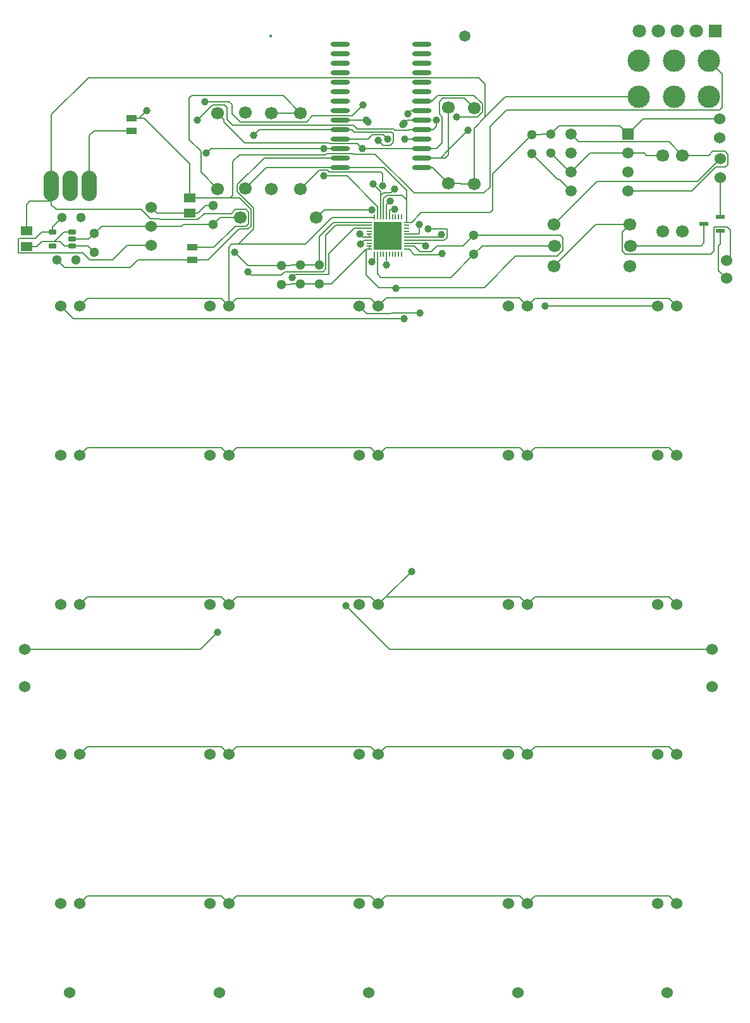
<source format=gbl>
G04 Layer_Physical_Order=2*
G04 Layer_Color=11436288*
%FSLAX25Y25*%
%MOIN*%
G70*
G01*
G75*
%ADD13R,0.05315X0.03347*%
%ADD14C,0.00787*%
%ADD15R,0.14961X0.14961*%
%ADD16C,0.06000*%
%ADD17C,0.05118*%
%ADD18C,0.06693*%
%ADD19C,0.11811*%
%ADD20O,0.08000X0.16000*%
%ADD21C,0.05906*%
%ADD22R,0.05906X0.05906*%
%ADD23C,0.01500*%
%ADD24R,0.07087X0.07087*%
%ADD25C,0.07087*%
%ADD26C,0.03937*%
%ADD27C,0.01181*%
%ADD28O,0.10039X0.02362*%
%ADD29R,0.04724X0.02362*%
%ADD30R,0.06102X0.04921*%
G04:AMPARAMS|DCode=31|XSize=43.31mil|YSize=23.62mil|CornerRadius=5.91mil|HoleSize=0mil|Usage=FLASHONLY|Rotation=180.000|XOffset=0mil|YOffset=0mil|HoleType=Round|Shape=RoundedRectangle|*
%AMROUNDEDRECTD31*
21,1,0.04331,0.01181,0,0,180.0*
21,1,0.03150,0.02362,0,0,180.0*
1,1,0.01181,-0.01575,0.00591*
1,1,0.01181,0.01575,0.00591*
1,1,0.01181,0.01575,-0.00591*
1,1,0.01181,-0.01575,-0.00591*
%
%ADD31ROUNDEDRECTD31*%
%ADD32R,0.00787X0.03150*%
%ADD33R,0.03150X0.00787*%
D13*
X598145Y560928D02*
D03*
Y567424D02*
D03*
X566142Y629035D02*
D03*
Y635531D02*
D03*
D14*
X691338Y572834D02*
Y574409D01*
X570000Y635531D02*
X572797D01*
X566142D02*
X570000D01*
X618091Y593629D02*
X622887D01*
X598145Y560928D02*
X606420D01*
X622600Y577108D01*
X627500D01*
X629016Y578624D01*
Y587500D01*
X622887Y593629D02*
X629016Y587500D01*
X596828Y593629D02*
Y611500D01*
X572797Y635531D02*
X596828Y611500D01*
X870473Y665748D02*
X877400Y658821D01*
Y641250D02*
Y658821D01*
X876050Y639900D02*
X877400Y641250D01*
X763800Y639900D02*
X876050D01*
X755000Y631100D02*
X763800Y639900D01*
X755000Y599400D02*
Y631100D01*
X751700Y596100D02*
X755000Y599400D01*
X714989Y596100D02*
X751700D01*
X694361Y616728D02*
X714989Y596100D01*
X683064Y616728D02*
X694361D01*
X682992Y616800D02*
X683064Y616728D01*
X668673Y616800D02*
X682992D01*
X668273Y616400D02*
X668673Y616800D01*
X623000Y616400D02*
X668273D01*
X619462Y612862D02*
X623000Y616400D01*
X619462Y595000D02*
Y612862D01*
X618091Y593629D02*
X619462Y595000D01*
X596828Y593629D02*
X618091D01*
X570000Y635531D02*
X574000Y639531D01*
X569300Y560928D02*
X598145D01*
X565372Y557000D02*
X569300Y560928D01*
X530638Y557000D02*
X565372D01*
X526614Y561024D02*
X530638Y557000D01*
X751899Y546299D02*
X768400Y562800D01*
X696289Y546299D02*
X751899D01*
X689747Y552841D02*
X696289Y546299D01*
X700315Y558465D02*
Y562480D01*
X689747Y552841D02*
Y566535D01*
X689600D02*
X689747D01*
X746457Y573780D02*
X792025D01*
X793304Y572500D01*
Y565904D02*
Y572500D01*
X790200Y562800D02*
X793304Y565904D01*
X768400Y562800D02*
X790200D01*
X689747Y566535D02*
X691338D01*
X602547Y607143D02*
X611441Y598250D01*
X602547Y607143D02*
Y618153D01*
X596400Y624300D02*
X602547Y618153D01*
X596400Y624300D02*
Y646250D01*
X597650Y647500D01*
X646015D01*
X655148Y638367D01*
X664961Y548268D02*
X671332D01*
X689600Y566535D01*
X740787Y568110D02*
X746457Y573780D01*
X726916Y568110D02*
X740787D01*
X723953Y565147D02*
X726916Y568110D01*
X717950Y565147D02*
X723953D01*
X714988Y568110D02*
X717950Y565147D01*
X711023Y568110D02*
X714988D01*
X639794Y638367D02*
X655148D01*
X691338Y566535D02*
Y568110D01*
X650194Y548268D02*
X655118D01*
X649800Y547874D02*
X650194Y548268D01*
X644882Y547874D02*
X649800D01*
X655118Y548268D02*
X664961D01*
X734277Y551600D02*
X746457Y563780D01*
X697500Y551600D02*
X734277D01*
X695669Y553431D02*
X697500Y551600D01*
X876400Y569200D02*
Y576181D01*
X711100Y580708D02*
Y592500D01*
Y597556D01*
Y580708D02*
X713665D01*
X695669Y553431D02*
Y563779D01*
X713665Y580708D02*
X718743Y585787D01*
X755000D01*
X756500Y587287D01*
Y606106D01*
X777165Y626772D01*
X534646Y571850D02*
X543504D01*
X546457Y574803D01*
X550239Y578585D02*
X576491D01*
X546457Y574803D02*
X550239Y578585D01*
X750991Y568314D02*
X788974D01*
X746457Y563780D02*
X750991Y568314D01*
X835591Y635197D02*
X875984D01*
X827598Y627205D02*
X835591Y635197D01*
X711023Y580708D02*
X711100D01*
X708647Y594953D02*
X711100Y592500D01*
X700653Y594953D02*
X708647D01*
X698819Y593119D02*
X700653Y594953D01*
X698819Y583464D02*
Y593119D01*
X672453Y580708D02*
X691338D01*
X664961Y573216D02*
X672453Y580708D01*
X664961Y558268D02*
Y573216D01*
X699030Y609626D02*
X711100Y597556D01*
X676181Y609626D02*
X699030D01*
X636991D02*
X676181D01*
X626008Y598643D02*
X636991Y609626D01*
X612598Y583071D02*
X623307D01*
X609055Y579528D02*
X612598Y583071D01*
X627226Y557874D02*
X644882D01*
X620200Y564900D02*
X627226Y557874D01*
X787008Y627165D02*
X791442Y631600D01*
X823203D01*
X827598Y627205D01*
X876378Y576181D02*
X876400D01*
X875500Y568300D02*
X876400Y569200D01*
X875500Y555209D02*
Y568300D01*
Y555209D02*
X879528Y551181D01*
X782194Y627165D02*
X787008D01*
X781800Y626772D02*
X782194Y627165D01*
X777165Y626772D02*
X781800D01*
X650194Y558268D02*
X655118D01*
X649800Y557874D02*
X650194Y558268D01*
X644882Y557874D02*
X649800D01*
X655118Y558268D02*
X664961D01*
X593242Y579528D02*
X609055D01*
X592300Y578585D02*
X593242Y579528D01*
X576491Y578585D02*
X592300D01*
X518700Y575591D02*
X524400D01*
Y578101D01*
X849262Y623100D02*
X856299Y616063D01*
X801703Y623100D02*
X849262D01*
X797598Y627205D02*
X801703Y623100D01*
X563785Y568585D02*
X576491D01*
X556100Y560900D02*
X563785Y568585D01*
X543900Y560900D02*
X556100D01*
X540200Y564600D02*
X543900Y560900D01*
X514800Y564600D02*
X540200D01*
X514700Y564500D02*
X514800Y564600D01*
X506600Y564500D02*
X514700D01*
X506500Y564600D02*
X506600Y564500D01*
X506500Y564600D02*
Y572000D01*
X506600Y572100D01*
X515209D01*
X518700Y575591D01*
X682300Y636900D02*
X688100Y642700D01*
X661400Y636900D02*
X682300D01*
X658200Y633700D02*
X661400Y636900D01*
X623346Y633700D02*
X658200D01*
X619000Y638046D02*
X623346Y633700D01*
X619000Y638046D02*
Y642900D01*
X617500Y644400D02*
X619000Y642900D01*
X604600Y644400D02*
X617500D01*
X856299Y616063D02*
X870263D01*
X872400Y618200D01*
X878750D01*
X880400Y616550D01*
Y611250D02*
Y616550D01*
X878950Y609800D02*
X880400Y611250D01*
X873994Y609800D02*
X878950D01*
X861398Y597205D02*
X873994Y609800D01*
X827598Y597205D02*
X861398D01*
X524400Y575591D02*
X524409D01*
X524400Y578101D02*
X529370Y583071D01*
X752248Y636109D02*
X762989Y646850D01*
X523858Y589992D02*
Y591900D01*
X512500D02*
X523858D01*
X746539Y601010D02*
Y630400D01*
X762989Y646850D02*
X833465D01*
X523858Y599882D02*
Y637558D01*
X543200Y656900D01*
X749000D01*
X752248Y653652D01*
Y636109D02*
Y653652D01*
X746539Y630400D02*
X752248Y636109D01*
X598145Y567424D02*
X609324D01*
X620600Y578700D01*
X626338D01*
X627638Y580000D01*
Y586014D01*
X626250Y587402D02*
X627638Y586014D01*
X620802Y587402D02*
X626250D01*
X618800Y585400D02*
X620802Y587402D01*
X604200Y585400D02*
X618800D01*
X600900Y582100D02*
X604200Y585400D01*
X581000Y582100D02*
X600900D01*
X580500Y582600D02*
X581000Y582100D01*
X576000Y582600D02*
X580500D01*
X571000Y587600D02*
X576000Y582600D01*
X526250Y587600D02*
X571000D01*
X523858Y589992D02*
X526250Y587600D01*
X719095Y609626D02*
X724651D01*
X733158Y601119D01*
X523858Y591900D02*
Y599882D01*
X510630Y590030D02*
X512500Y591900D01*
X510630Y576083D02*
Y590030D01*
X739808Y601010D02*
X746539D01*
X739700Y601119D02*
X739808Y601010D01*
X733158Y601119D02*
X739700D01*
X788661Y557480D02*
X810709Y579528D01*
X828661D01*
X879528Y560630D02*
X881800Y562902D01*
Y576600D01*
X880000Y578400D02*
X881800Y576600D01*
X873100Y578400D02*
X880000D01*
X873000Y578300D02*
X873100Y578400D01*
X873000Y565650D02*
Y578300D01*
X871250Y563900D02*
X873000Y565650D01*
X826250Y563900D02*
X871250D01*
X824600Y565550D02*
X826250Y563900D01*
X824600Y565550D02*
Y575466D01*
X828661Y579528D01*
X717800Y574808D02*
Y579500D01*
X717401Y574409D02*
X717800Y574808D01*
X711023Y574409D02*
X717401D01*
X528543Y536614D02*
X535257Y529900D01*
X709700D01*
X710100Y624626D02*
X719095D01*
X711023Y572834D02*
X727934D01*
X729200Y574100D01*
X726700Y631250D02*
Y634600D01*
X725076Y629626D02*
X726700Y631250D01*
X719095Y629626D02*
X725076D01*
X712182D02*
X719095D01*
X711953Y629397D02*
X712182Y629626D01*
X704659Y629397D02*
X711953D01*
X704307Y629749D02*
X704659Y629397D01*
X685141Y629749D02*
X704307D01*
X682890Y632000D02*
X685141Y629749D01*
X619500Y632000D02*
X682890D01*
X616500Y635000D02*
X619500Y632000D01*
X616500Y635000D02*
Y641250D01*
X615150Y642600D02*
X616500Y641250D01*
X608700Y642600D02*
X615150D01*
X600600Y634500D02*
X608700Y642600D01*
X709000Y632350D02*
X709625Y632975D01*
X711023Y571260D02*
X715140D01*
X715300Y571100D01*
X730800D01*
X732200Y572500D01*
Y577000D01*
X732100Y577100D02*
X732200Y577000D01*
X722300Y577100D02*
X732100D01*
X711276Y634626D02*
X719095D01*
X709625Y632975D02*
X711276Y634626D01*
X703200Y533000D02*
X718000D01*
X702800Y532600D02*
X703200Y533000D01*
X690038Y532600D02*
X702800D01*
X686024Y536614D02*
X690038Y532600D01*
X711023Y569685D02*
X719415D01*
X721000Y568100D01*
X711800Y638000D02*
X713426Y639626D01*
X719095D01*
Y644626D02*
X724300D01*
X727374Y647700D01*
X746500D01*
X750870Y643330D01*
Y638750D02*
Y643330D01*
X748320Y636200D02*
X750870Y638750D01*
X737500Y636200D02*
X748320D01*
X728300Y563700D02*
X728900Y564300D01*
X715035Y563700D02*
X728300D01*
X712200Y566535D02*
X715035Y563700D01*
X711023Y566535D02*
X712200D01*
X728900Y564300D02*
X729700D01*
X783886Y536614D02*
X843504D01*
X864505Y602300D02*
X876378Y614173D01*
X811434Y602300D02*
X864505D01*
X788661Y579528D02*
X811434Y602300D01*
X579518Y585558D02*
X596828D01*
X576491Y588585D02*
X579518Y585558D01*
X604869Y589528D02*
X609055D01*
X600900Y585558D02*
X604869Y589528D01*
X596828Y585558D02*
X600900D01*
X525309Y570700D02*
X528210D01*
X518800D02*
X525309D01*
X530200Y575591D01*
X534646D01*
Y568110D02*
X543150D01*
X546457Y564803D01*
X510630Y568012D02*
X516112D01*
X518800Y570700D01*
X528210D02*
X530800Y568110D01*
X534646D01*
X546440Y629035D02*
X566142D01*
X543858Y626453D02*
X546440Y629035D01*
X543858Y599882D02*
Y626453D01*
X867800Y569864D02*
Y579921D01*
X867717D02*
X867800D01*
X866250Y568314D02*
X867800Y569864D01*
X828974Y568314D02*
X866250D01*
X796968Y607205D02*
X797598D01*
X787008Y617165D02*
X796968Y607205D01*
X807598Y617205D02*
X827598D01*
X797598Y607205D02*
X807598Y617205D01*
X837342Y616063D02*
X846063D01*
X836200Y617205D02*
X837342Y616063D01*
X827598Y617205D02*
X836200D01*
X791603Y603200D02*
X797598Y597205D01*
X790737Y603200D02*
X791603D01*
X777165Y616772D02*
X790737Y603200D01*
X876378Y583661D02*
Y604173D01*
X694094Y561394D02*
Y563779D01*
X692700Y560000D02*
X694094Y561394D01*
X667636Y587400D02*
X692700D01*
X663307Y583071D02*
X667636Y587400D01*
X650626Y551650D02*
X652322Y553346D01*
X669882D01*
X670165Y564221D01*
X683503Y577559D01*
X691338D01*
X673634Y579134D02*
X691338D01*
X668504Y574003D02*
X673634Y579134D01*
X668504Y556250D02*
Y574003D01*
X666978Y554724D02*
X668504Y556250D01*
X646743Y554724D02*
X666978D01*
X644919Y552900D02*
X646743Y554724D01*
X628900Y552900D02*
X644919D01*
X627200Y554600D02*
X628900Y552900D01*
X671679Y583100D02*
X694094D01*
X622256Y569103D02*
X657682D01*
X618750D02*
X622256D01*
X635866Y614626D02*
X676181D01*
X621677Y600437D02*
X635866Y614626D01*
X621677Y596849D02*
Y600437D01*
Y596849D02*
X630400Y588126D01*
Y577246D02*
Y588126D01*
X622256Y569103D02*
X630400Y577246D01*
X617247Y567600D02*
X618750Y569103D01*
X617247Y561947D02*
X617283Y561911D01*
X770378Y541000D02*
X774764Y536614D01*
X700409Y541000D02*
X770378D01*
X696024Y536614D02*
X700409Y541000D01*
X613298Y540600D02*
X617283Y536614D01*
X542529Y540600D02*
X613298D01*
X538543Y536614D02*
X542529Y540600D01*
X692038D02*
X696024Y536614D01*
X621269Y540600D02*
X692038D01*
X617283Y536614D02*
X621269Y540600D01*
X617283Y536614D02*
Y561911D01*
X617247Y561947D02*
Y567600D01*
X657682Y569103D02*
X671679Y583100D01*
X694094D02*
Y583464D01*
X849518Y540600D02*
X853504Y536614D01*
X778750Y540600D02*
X849518D01*
X774764Y536614D02*
X778750Y540600D01*
X607926Y619626D02*
X676181D01*
X849478Y461900D02*
X853504Y457874D01*
X778790Y461900D02*
X849478D01*
X774764Y457874D02*
X778790Y461900D01*
X613257D02*
X617283Y457874D01*
X542569Y461900D02*
X613257D01*
X538543Y457874D02*
X542569Y461900D01*
X691997D02*
X696023Y457874D01*
X621309Y461900D02*
X691997D01*
X617283Y457874D02*
X621309Y461900D01*
X770738D02*
X774764Y457874D01*
X700049Y461900D02*
X770738D01*
X696023Y457874D02*
X700049Y461900D01*
X695669Y583464D02*
Y588960D01*
X679529Y605100D02*
X695669Y588960D01*
X667300Y605100D02*
X679529D01*
X667300Y619600D02*
X676155D01*
X676181Y619626D01*
X605500Y617200D02*
X607926Y619626D01*
X700090Y383200D02*
X713597Y396708D01*
X849438Y383200D02*
X853504Y379134D01*
X778830Y383200D02*
X849438D01*
X774764Y379134D02*
X778830Y383200D01*
X770697D02*
X774764Y379134D01*
X700090Y383200D02*
X770697D01*
X696023Y379134D02*
X700090Y383200D01*
X613217D02*
X617283Y379134D01*
X542609Y383200D02*
X613217D01*
X538543Y379134D02*
X542609Y383200D01*
X691957D02*
X696023Y379134D01*
X621350Y383200D02*
X691957D01*
X617283Y379134D02*
X621350Y383200D01*
X697244Y583464D02*
Y595000D01*
Y596923D01*
X693400Y600767D02*
X697244Y596923D01*
X693400Y600767D02*
Y601000D01*
X698533Y626993D02*
X700900Y624626D01*
X692992Y626993D02*
X698533D01*
X690625Y624626D02*
X692992Y626993D01*
X676181Y624626D02*
X690625D01*
X697244Y595000D02*
X698575Y596331D01*
X702781D01*
X704700Y598250D01*
X630400Y626500D02*
X633526Y629626D01*
X676181D01*
X613277Y304400D02*
X617283Y300394D01*
X542549Y304400D02*
X613277D01*
X538543Y300394D02*
X542549Y304400D01*
X692017D02*
X696024Y300394D01*
X621290Y304400D02*
X692017D01*
X617283Y300394D02*
X621290Y304400D01*
X770757D02*
X774764Y300394D01*
X700030Y304400D02*
X770757D01*
X696024Y300394D02*
X700030Y304400D01*
X849498D02*
X853504Y300394D01*
X778770Y304400D02*
X849498D01*
X774764Y300394D02*
X778770Y304400D01*
X700394Y583464D02*
Y590094D01*
X702300Y592000D01*
X696000Y624000D02*
X698600Y621400D01*
X702500D01*
X703900Y622800D01*
Y627600D01*
X703129Y628371D02*
X703900Y627600D01*
X683355Y628371D02*
X703129D01*
X682100Y629626D02*
X683355Y628371D01*
X676181Y629626D02*
X682100D01*
X689600Y634626D02*
X690600Y633626D01*
X689474Y634626D02*
X689600D01*
X849457Y225700D02*
X853504Y221654D01*
X778810Y225700D02*
X849457D01*
X774764Y221654D02*
X778810Y225700D01*
X770717D02*
X774764Y221654D01*
X700070Y225700D02*
X770717D01*
X696024Y221654D02*
X700070Y225700D01*
X691977D02*
X696024Y221654D01*
X621330Y225700D02*
X691977D01*
X617283Y221654D02*
X621330Y225700D01*
X613237D02*
X617283Y221654D01*
X542590Y225700D02*
X613237D01*
X538543Y221654D02*
X542590Y225700D01*
X701968Y583464D02*
Y586900D01*
X702768Y587700D01*
X704600D01*
X689474Y634626D02*
X689600Y634500D01*
X676181Y634626D02*
X689474D01*
X685150Y622100D02*
X687550Y619700D01*
X687624Y619626D02*
X719095D01*
X670248Y622100D02*
X685150D01*
X669642Y622706D02*
X670248Y622100D01*
X625696Y622706D02*
X669642D01*
X614841Y633560D02*
X625696Y622706D01*
X614841Y633560D02*
Y634850D01*
X611441Y638250D02*
X614841Y634850D01*
X687916Y572834D02*
X691338D01*
X686300Y574450D02*
X687916Y572834D01*
X687550Y619700D02*
X687624Y619626D01*
X719095D02*
X726576D01*
X729653Y622703D01*
Y636352D01*
X728200Y637804D02*
X729653Y636352D01*
X728200Y637804D02*
Y644300D01*
X730000Y646100D01*
X741449D01*
X746539Y641010D01*
X733158Y618758D02*
Y641119D01*
Y616308D02*
Y618758D01*
X743500Y629100D01*
X729026Y614626D02*
X733158Y618758D01*
X729026Y614626D02*
X731476D01*
X719095D02*
X729026D01*
X655148Y598367D02*
X664881Y608100D01*
X669400D01*
X670100Y607400D01*
X697200D01*
X698500Y606100D01*
Y599900D02*
Y606100D01*
X688660Y571260D02*
X691338D01*
X686600Y569200D02*
X688660Y571260D01*
X731476Y614626D02*
X733158Y616308D01*
X602312Y355512D02*
X611300Y364500D01*
X509842Y355512D02*
X602312D01*
X679000Y378500D02*
X701988Y355512D01*
X872047D01*
D15*
X701181Y573622D02*
D03*
D16*
X509842Y335827D02*
D03*
X848425Y174410D02*
D03*
X872047Y335827D02*
D03*
X879528Y551181D02*
D03*
X769685Y174410D02*
D03*
X879528Y560630D02*
D03*
X533464Y174410D02*
D03*
X612205D02*
D03*
X690945D02*
D03*
X509842Y355512D02*
D03*
X872047D02*
D03*
X876378Y604173D02*
D03*
Y614173D02*
D03*
X538543Y221654D02*
D03*
X528543D02*
D03*
X617283D02*
D03*
X607283D02*
D03*
X696024D02*
D03*
X686024D02*
D03*
X774764D02*
D03*
X764764D02*
D03*
X853504D02*
D03*
X843504D02*
D03*
X538543Y300394D02*
D03*
X528543D02*
D03*
X617283D02*
D03*
X607283D02*
D03*
X696024D02*
D03*
X686024D02*
D03*
X774764D02*
D03*
X764764D02*
D03*
X853504D02*
D03*
X843504D02*
D03*
X538543Y379134D02*
D03*
X528543D02*
D03*
X617283D02*
D03*
X607283D02*
D03*
X696023D02*
D03*
X686023D02*
D03*
X774764D02*
D03*
X764764D02*
D03*
X853504D02*
D03*
X843504D02*
D03*
X538543Y457874D02*
D03*
X528543D02*
D03*
X617283D02*
D03*
X607283D02*
D03*
X696023D02*
D03*
X686023D02*
D03*
X774764D02*
D03*
X764764D02*
D03*
X853504D02*
D03*
X843504D02*
D03*
X875984Y635197D02*
D03*
Y625197D02*
D03*
X576491Y568585D02*
D03*
Y578585D02*
D03*
Y588585D02*
D03*
X538543Y536614D02*
D03*
X528543D02*
D03*
X617283Y536614D02*
D03*
X607283D02*
D03*
X696024D02*
D03*
X686024D02*
D03*
X774764Y536614D02*
D03*
X764764D02*
D03*
X853504D02*
D03*
X843504D02*
D03*
D17*
X526614Y561024D02*
D03*
X536614D02*
D03*
X746457Y573780D02*
D03*
Y563780D02*
D03*
X655118Y548268D02*
D03*
Y558268D02*
D03*
X529370Y583071D02*
D03*
X539370D02*
D03*
X546457Y564803D02*
D03*
Y574803D02*
D03*
X609055Y589528D02*
D03*
Y579528D02*
D03*
X787008Y617165D02*
D03*
Y627165D02*
D03*
X777165Y616772D02*
D03*
Y626772D02*
D03*
X664961Y548268D02*
D03*
Y558268D02*
D03*
X644882Y547874D02*
D03*
Y557874D02*
D03*
D18*
X626008Y638643D02*
D03*
Y598643D02*
D03*
X611441Y638250D02*
D03*
Y598250D02*
D03*
X655148Y598367D02*
D03*
Y638367D02*
D03*
X639794Y598367D02*
D03*
Y638367D02*
D03*
X746539Y601010D02*
D03*
Y641010D02*
D03*
X623307Y583071D02*
D03*
X663307D02*
D03*
X846063Y576063D02*
D03*
Y616063D02*
D03*
X828661Y557480D02*
D03*
X788661D02*
D03*
X733158Y601119D02*
D03*
Y641119D02*
D03*
X828974Y568314D02*
D03*
X788974D02*
D03*
X856299Y576063D02*
D03*
Y616063D02*
D03*
X788661Y579528D02*
D03*
X828661D02*
D03*
D19*
X833465Y646850D02*
D03*
X851969D02*
D03*
X870473D02*
D03*
Y665748D02*
D03*
X851969D02*
D03*
X833465D02*
D03*
D20*
X543858Y599882D02*
D03*
X533858D02*
D03*
X523858D02*
D03*
D21*
X797598Y597205D02*
D03*
Y607205D02*
D03*
Y617205D02*
D03*
Y627205D02*
D03*
X827598Y597205D02*
D03*
Y607205D02*
D03*
Y617205D02*
D03*
X741732Y678740D02*
D03*
D22*
X827598Y627205D02*
D03*
D23*
X639370Y678740D02*
D03*
D24*
X873622Y681496D02*
D03*
D25*
X863622D02*
D03*
X853622D02*
D03*
X843622D02*
D03*
X833622D02*
D03*
D26*
X574000Y639531D02*
D03*
X705433Y545866D02*
D03*
X700197Y558347D02*
D03*
X620200Y564900D02*
D03*
X688100Y642700D02*
D03*
X604600Y644400D02*
D03*
X709700Y529900D02*
D03*
X710100Y624626D02*
D03*
X717800Y579500D02*
D03*
X729200Y574100D02*
D03*
X726700Y634600D02*
D03*
X600600Y634500D02*
D03*
X722300Y577100D02*
D03*
X709000Y632350D02*
D03*
X709625Y632975D02*
D03*
X718000Y533000D02*
D03*
X721000Y568100D02*
D03*
X711800Y638000D02*
D03*
X737500Y636200D02*
D03*
X729700Y564300D02*
D03*
X783886Y536614D02*
D03*
X692700Y560000D02*
D03*
Y587400D02*
D03*
X650626Y551650D02*
D03*
X627200Y554600D02*
D03*
X667300Y605100D02*
D03*
Y619600D02*
D03*
X605500Y617200D02*
D03*
X693400Y601000D02*
D03*
X700900Y624626D02*
D03*
X704700Y598250D02*
D03*
X713597Y396708D02*
D03*
X630400Y626500D02*
D03*
X702300Y592000D02*
D03*
X696000Y624000D02*
D03*
X704600Y587700D02*
D03*
X690600Y633626D02*
D03*
X689600Y634500D02*
D03*
X686300Y574450D02*
D03*
X687550Y619700D02*
D03*
X698500Y599900D02*
D03*
X686600Y569200D02*
D03*
X743500Y629100D02*
D03*
X611300Y364500D02*
D03*
X679000Y378500D02*
D03*
D27*
X705118Y569685D02*
D03*
X701181D02*
D03*
X697244D02*
D03*
Y577559D02*
D03*
X701181D02*
D03*
X705118D02*
D03*
Y573622D02*
D03*
X701181D02*
D03*
X697244D02*
D03*
X695275Y575590D02*
D03*
X699212D02*
D03*
X707086D02*
D03*
X703149D02*
D03*
Y579527D02*
D03*
X707086D02*
D03*
X699212D02*
D03*
X695275D02*
D03*
Y571653D02*
D03*
X699212D02*
D03*
X707086D02*
D03*
X703149D02*
D03*
Y567716D02*
D03*
X707086D02*
D03*
X699212D02*
D03*
X695275D02*
D03*
D28*
X676181Y609626D02*
D03*
Y614626D02*
D03*
Y619626D02*
D03*
Y624626D02*
D03*
Y629626D02*
D03*
Y634626D02*
D03*
Y639626D02*
D03*
Y644626D02*
D03*
Y649626D02*
D03*
Y654626D02*
D03*
Y659626D02*
D03*
Y664626D02*
D03*
Y669626D02*
D03*
Y674626D02*
D03*
X719095Y609626D02*
D03*
Y614626D02*
D03*
Y619626D02*
D03*
Y624626D02*
D03*
Y629626D02*
D03*
Y634626D02*
D03*
Y639626D02*
D03*
Y644626D02*
D03*
Y649626D02*
D03*
Y654626D02*
D03*
Y659626D02*
D03*
Y664626D02*
D03*
Y669626D02*
D03*
Y674626D02*
D03*
D29*
X867717Y579921D02*
D03*
X876378Y576181D02*
D03*
Y583661D02*
D03*
D30*
X510630Y568012D02*
D03*
Y576083D02*
D03*
X596828Y585558D02*
D03*
Y593629D02*
D03*
D31*
X534646Y575591D02*
D03*
X524409Y568110D02*
D03*
X534646Y571850D02*
D03*
X524409Y575591D02*
D03*
X534646Y568110D02*
D03*
D32*
X694094Y583464D02*
D03*
X695669D02*
D03*
X697244D02*
D03*
X698819D02*
D03*
X700394D02*
D03*
X701968D02*
D03*
X703543D02*
D03*
X705118D02*
D03*
X706693D02*
D03*
X708268D02*
D03*
Y563779D02*
D03*
X706693D02*
D03*
X705118D02*
D03*
X703543D02*
D03*
X701968D02*
D03*
X700394D02*
D03*
X698819D02*
D03*
X697244D02*
D03*
X695669D02*
D03*
X694094D02*
D03*
D33*
X711023Y580708D02*
D03*
Y579134D02*
D03*
Y577559D02*
D03*
Y575984D02*
D03*
Y574409D02*
D03*
Y572834D02*
D03*
Y571260D02*
D03*
Y569685D02*
D03*
Y568110D02*
D03*
Y566535D02*
D03*
X691338D02*
D03*
Y568110D02*
D03*
Y569685D02*
D03*
Y571260D02*
D03*
Y572834D02*
D03*
Y574409D02*
D03*
Y575984D02*
D03*
Y577559D02*
D03*
Y579134D02*
D03*
Y580708D02*
D03*
M02*

</source>
